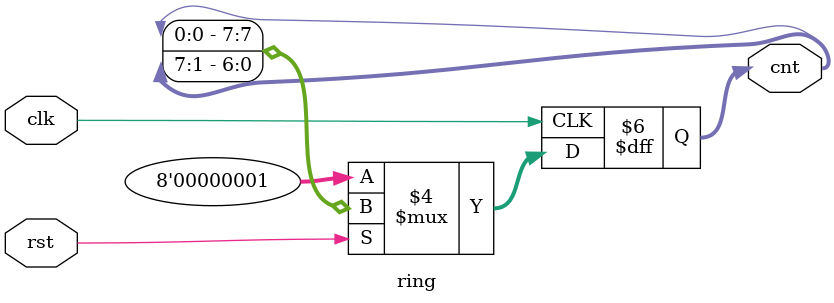
<source format=v>

module ring #
(
parameter  CNT_SIZE = 8
)
(
input wire clk,rst,           //Ê±ÖÓºÍ¸´Î»ÊäÈë
output reg [CNT_SIZE-1:0] cnt    	  //¼ÆÊýÆ÷Êä³ö
);

always@(posedge clk)
	if(!rst)
		cnt <= 8'b0000_0001;        //¸´Î»³õÖµ
	else
		cnt <= {cnt[0],cnt[CNT_SIZE-1:1]};  //ÓÒÒÆÑ­»·¼ÆÊý
		
endmodule
</source>
